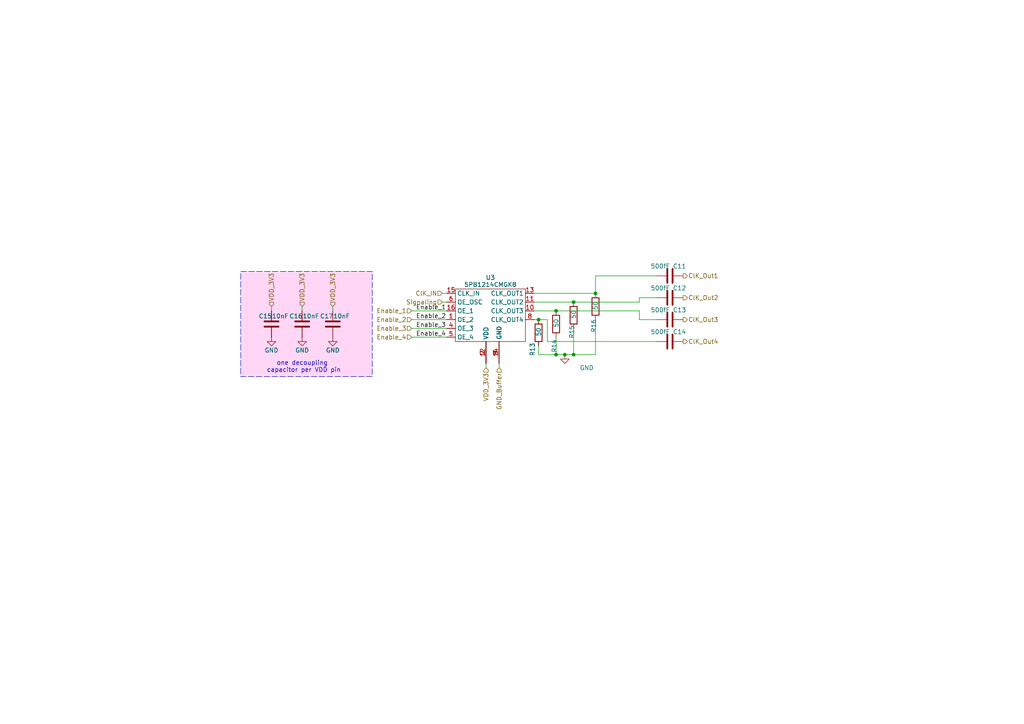
<source format=kicad_sch>
(kicad_sch (version 20250114) (generator "eeschema") (generator_version "9.0")
  (paper "A4")
  (title_block (title "16 Channels Clock Buffer") (date "2025-01-07") (rev "REV 0") (company "TU Darmstadt") (comment 1 "Author: Dr. Alexandru Enciu"))
  (lib_symbols
    (symbol "Custom_Symbols:5PB1214CMGK8"
      (property "Reference" "U" (at 0 0 0))
      (symbol "5PB1214CMGK8_0_1"
        (rectangle (start -10.16 -1.27) (end 10.16 -16.51))
      )
      (symbol "5PB1214CMGK8_1_1"
        (pin input line (at -12.7 -2.54 0) (length 2.54) (name "CLK_IN") (number "15"))
        (pin input line (at -12.7 -5.08 0) (length 2.54) (name "OE_OSC") (number "6"))
        (pin input line (at -12.7 -7.62 0) (length 2.54) (name "OE_1") (number "16"))
        (pin input line (at -12.7 -10.16 0) (length 2.54) (name "OE_2") (number "1"))
        (pin input line (at -12.7 -12.7 0) (length 2.54) (name "OE_3") (number "4"))
        (pin input line (at -12.7 -15.24 0) (length 2.54) (name "OE_4") (number "5"))
        (pin input line (at -1.27 -22.86 90) (length 6.35) (name "VDD") (number "12"))
        (pin input line (at -1.27 -22.86 90) (length 6.35) (name "VDD") (number "2"))
        (pin input line (at -1.27 -22.86 90) (length 6.35) (name "VDD") (number "7"))
        (pin input line (at 2.54 -22.86 90) (length 6.35) (name "GND") (number "14"))
        (pin input line (at 2.54 -22.86 90) (length 6.35) (name "GND") (number "3"))
        (pin input line (at 2.54 -22.86 90) (length 6.35) (name "GND") (number "9"))
        (pin input line (at 12.7 -2.54 180) (length 2.54) (name "CLK_OUT1") (number "13"))
        (pin input line (at 12.7 -5.08 180) (length 2.54) (name "CLK_OUT2") (number "11"))
        (pin input line (at 12.7 -7.62 180) (length 2.54) (name "CLK_OUT3") (number "10"))
        (pin input line (at 12.7 -10.16 180) (length 2.54) (name "CLK_OUT4") (number "8"))
      )
    )
    (symbol "Device:C" (pin_numbers (hide yes)) (pin_names (offset 0.254))
      (property "Reference" "C" (at 0.635 2.54 0))
      (property "Value" "C" (at 0.635 -2.54 0))
      (symbol "C_0_1"
        (polyline (pts (xy -2.032 0.762) (xy 2.032 0.762)) (stroke (width 0.508)))
        (polyline (pts (xy -2.032 -0.762) (xy 2.032 -0.762)) (stroke (width 0.508)))
      )
      (symbol "C_1_1"
        (pin passive line (at 0 3.81 270) (length 2.794) (name "~") (number "1"))
        (pin passive line (at 0 -3.81 90) (length 2.794) (name "~") (number "2"))
      )
    )
    (symbol "Device:R" (pin_numbers (hide yes)) (pin_names (offset 0))
      (property "Reference" "R" (at 2.032 0 90))
      (property "Value" "R" (at 0 0 90))
      (symbol "R_0_1"
        (rectangle (start -1.016 -2.54) (end 1.016 2.54) (stroke (width 0.254)))
      )
      (symbol "R_1_1"
        (pin passive line (at 0 3.81 270) (length 1.27) (name "~") (number "1"))
        (pin passive line (at 0 -3.81 90) (length 1.27) (name "~") (number "2"))
      )
    )
    (symbol "power:GND" (power) (pin_numbers (hide yes)) (pin_names (offset 0) (hide yes))
      (property "Value" "GND" (at 0 -3.81 0))
      (symbol "GND_0_1"
        (polyline (pts (xy 0 0) (xy 0 -1.27) (xy 1.27 -1.27) (xy 0 -2.54) (xy -1.27 -1.27) (xy 0 -1.27)))
      )
      (symbol "GND_1_1"
        (pin power_in line (at 0 0 270) (length 0) (name "~") (number "1"))
      )
    )
  )
  (rectangle (start 69.85 78.74) (end 107.95 109.22) (stroke (width 0) (type dash)) (fill (type color) (color 255 214 246 1)))
  (text "one decoupling \ncapacitor per VDD pin" (at 88.138 106.426 0) (effects (font (size 1.27 1.27))))
  (junction (at 156.21 92.71))
  (junction (at 166.37 87.63))
  (junction (at 161.29 90.17))
  (junction (at 172.72 85.09))
  (junction (at 161.29 102.87))
  (junction (at 163.83 102.87))
  (junction (at 166.37 102.87))
  (wire (pts (xy 154.94 90.17) (xy 161.29 90.17)))
  (wire (pts (xy 185.42 86.36) (xy 190.5 86.36)))
  (wire (pts (xy 140.97 106.68) (xy 140.97 105.41)))
  (wire (pts (xy 163.83 102.87) (xy 166.37 102.87)))
  (wire (pts (xy 128.27 85.09) (xy 129.54 85.09)))
  (wire (pts (xy 156.21 100.33) (xy 156.21 102.87)))
  (wire (pts (xy 161.29 97.79) (xy 161.29 102.87)))
  (wire (pts (xy 172.72 80.01) (xy 190.5 80.01)))
  (wire (pts (xy 172.72 80.01) (xy 172.72 85.09)))
  (wire (pts (xy 119.38 90.17) (xy 129.54 90.17)))
  (wire (pts (xy 161.29 90.17) (xy 185.42 90.17)))
  (wire (pts (xy 119.38 92.71) (xy 129.54 92.71)))
  (wire (pts (xy 158.75 99.06) (xy 190.5 99.06)))
  (wire (pts (xy 166.37 95.25) (xy 166.37 102.87)))
  (wire (pts (xy 128.27 87.63) (xy 129.54 87.63)))
  (wire (pts (xy 144.78 106.68) (xy 144.78 105.41)))
  (wire (pts (xy 154.94 85.09) (xy 172.72 85.09)))
  (wire (pts (xy 119.38 97.79) (xy 129.54 97.79)))
  (wire (pts (xy 185.42 87.63) (xy 185.42 86.36)))
  (wire (pts (xy 154.94 92.71) (xy 156.21 92.71)))
  (wire (pts (xy 119.38 95.25) (xy 129.54 95.25)))
  (wire (pts (xy 161.29 102.87) (xy 163.83 102.87)))
  (wire (pts (xy 185.42 92.71) (xy 190.5 92.71)))
  (wire (pts (xy 166.37 87.63) (xy 185.42 87.63)))
  (wire (pts (xy 156.21 92.71) (xy 158.75 92.71)))
  (wire (pts (xy 166.37 102.87) (xy 172.72 102.87)))
  (wire (pts (xy 87.63 88.9) (xy 87.63 90.17)))
  (wire (pts (xy 158.75 92.71) (xy 158.75 99.06)))
  (wire (pts (xy 185.42 90.17) (xy 185.42 92.71)))
  (wire (pts (xy 96.52 88.9) (xy 96.52 90.17)))
  (wire (pts (xy 172.72 92.71) (xy 172.72 102.87)))
  (wire (pts (xy 154.94 87.63) (xy 166.37 87.63)))
  (wire (pts (xy 78.74 88.9) (xy 78.74 90.17)))
  (wire (pts (xy 156.21 102.87) (xy 161.29 102.87)))
  (label "Enable_4" (at 120.65 97.79 0))
  (label "Enable_1" (at 120.65 90.17 0))
  (label "Enable_3" (at 120.65 95.25 0))
  (label "Enable_2" (at 120.65 92.71 0))
  (hierarchical_label "Signaling" (shape input) (at 128.27 87.63 180))
  (hierarchical_label "Enable_3" (shape input) (at 119.38 95.25 180))
  (hierarchical_label "VDD_3V3" (shape input) (at 87.63 88.9 90))
  (hierarchical_label "Enable_2" (shape input) (at 119.38 92.71 180))
  (hierarchical_label "VDD_3V3" (shape input) (at 140.97 106.68 270))
  (hierarchical_label "ClK_Out2" (shape output) (at 198.12 86.36 0))
  (hierarchical_label "ClK_Out4" (shape output) (at 198.12 99.06 0))
  (hierarchical_label "Enable_4" (shape input) (at 119.38 97.79 180))
  (hierarchical_label "VDD_3V3" (shape input) (at 78.74 88.9 90))
  (hierarchical_label "GND_Buffer" (shape input) (at 144.78 106.68 270))
  (hierarchical_label "ClK_IN" (shape input) (at 128.27 85.09 180))
  (hierarchical_label "ClK_Out1" (shape output) (at 198.12 80.01 0))
  (hierarchical_label "Enable_1" (shape input) (at 119.38 90.17 180))
  (hierarchical_label "ClK_Out3" (shape output) (at 198.12 92.71 0))
  (hierarchical_label "VDD_3V3" (shape input) (at 96.52 88.9 90))
  (symbol (lib_id "Device:R") (at 172.72 88.9 0) (mirror x) (unit 1)
    (property "Reference" "R" (at 172.212 94.488 90))
    (property "Value" "50" (at 172.72 88.646 90))
    (property "Footprint" "Resistor_SMD:R_0402_1005Metric" (effects (hide yes)))
    (property "Description" "Resistor" (effects (hide yes)))
    (instances (project "Card_Adapter_Flex_AddOn" (path "" (reference "R16") (unit 1))))
  )
  (symbol (lib_id "Device:R") (at 161.29 93.98 0) (mirror x) (unit 1)
    (property "Reference" "R" (at 160.782 100.33 90))
    (property "Value" "50" (at 161.29 93.726 90))
    (property "Footprint" "Resistor_SMD:R_0402_1005Metric" (effects (hide yes)))
    (property "Description" "Resistor" (effects (hide yes)))
    (instances (project "Card_Adapter_Flex_AddOn" (path "" (reference "R14") (unit 1))))
  )
  (symbol (lib_id "power:GND") (at 78.74 97.79 0) (unit 1)
    (property "Reference" "#PWR047" (effects (hide yes)))
    (property "Value" "GND" (at 78.74 101.6 0))
    (property "Description" "Power symbol creates a global label with name \"GND\" , ground" (effects (hide yes)))
    (instances (project "" (path "" (reference "#PWR047") (unit 1)) (path "" (reference "#PWR051") (unit 1))))
  )
  (symbol (lib_id "Device:C") (at 194.31 86.36 270) (unit 1)
    (property "Reference" "C12" (at 197.104 83.566 90))
    (property "Value" "500fF" (at 191.516 83.566 90))
    (property "Footprint" "Capacitor_SMD:C_0402_1005Metric" (effects (hide yes)))
    (property "Description" "Unpolarized capacitor" (effects (hide yes)))
    (instances (project "Card_Adapter_Flex_AddOn" (path "" (reference "C12") (unit 1)) (path "" (reference "C19") (unit 1))))
  )
  (symbol (lib_id "Device:C") (at 194.31 80.01 270) (unit 1)
    (property "Reference" "C11" (at 197.104 77.216 90))
    (property "Value" "500fF" (at 191.516 77.216 90))
    (property "Footprint" "Capacitor_SMD:C_0402_1005Metric" (effects (hide yes)))
    (property "Description" "Unpolarized capacitor" (effects (hide yes)))
    (instances (project "Card_Adapter_Flex_AddOn" (path "" (reference "C11") (unit 1)) (path "" (reference "C18") (unit 1))))
  )
  (symbol (lib_id "Device:R") (at 166.37 91.44 0) (mirror x) (unit 1)
    (property "Reference" "R" (at 165.862 96.266 90))
    (property "Value" "50" (at 166.37 91.186 90))
    (property "Footprint" "Resistor_SMD:R_0402_1005Metric" (effects (hide yes)))
    (property "Description" "Resistor" (effects (hide yes)))
    (instances (project "Card_Adapter_Flex_AddOn" (path "" (reference "R15") (unit 1))))
  )
  (symbol (lib_id "Device:C") (at 194.31 92.71 270) (unit 1)
    (property "Reference" "C13" (at 197.104 89.916 90))
    (property "Value" "500fF" (at 191.516 89.916 90))
    (property "Footprint" "Capacitor_SMD:C_0402_1005Metric" (effects (hide yes)))
    (property "Description" "Unpolarized capacitor" (effects (hide yes)))
    (instances (project "Card_Adapter_Flex_AddOn" (path "" (reference "C13") (unit 1)) (path "" (reference "C20") (unit 1))))
  )
  (symbol (lib_id "power:GND") (at 163.83 102.87 0) (unit 1)
    (property "Reference" "#PWR050" (effects (hide yes)))
    (property "Value" "GND" (at 170.18 106.68 0))
    (property "Description" "Power symbol creates a global label with name \"GND\" , ground" (effects (hide yes)))
    (instances (project "Card_Adapter_Flex_AddOn" (path "" (reference "#PWR050") (unit 1)) (path "" (reference "#PWR054") (unit 1))))
  )
  (symbol (lib_id "Device:C") (at 78.74 93.98 180) (unit 1)
    (property "Reference" "C" (at 76.962 91.694 0))
    (property "Value" "10nF" (at 81.28 91.694 0))
    (property "Footprint" "Capacitor_SMD:C_0402_1005Metric" (effects (hide yes)))
    (property "Description" "Unpolarized capacitor" (effects (hide yes)))
    (instances (project "Card_Adapter_Flex_AddOn" (path "" (reference "C15") (unit 1))))
  )
  (symbol (lib_id "power:GND") (at 96.52 97.79 0) (unit 1)
    (property "Reference" "#PWR049" (effects (hide yes)))
    (property "Value" "GND" (at 96.52 101.6 0))
    (property "Description" "Power symbol creates a global label with name \"GND\" , ground" (effects (hide yes)))
    (instances (project "" (path "" (reference "#PWR049") (unit 1)) (path "" (reference "#PWR053") (unit 1))))
  )
  (symbol (lib_id "power:GND") (at 87.63 97.79 0) (unit 1)
    (property "Reference" "#PWR048" (effects (hide yes)))
    (property "Value" "GND" (at 87.63 101.6 0))
    (property "Description" "Power symbol creates a global label with name \"GND\" , ground" (effects (hide yes)))
    (instances (project "" (path "" (reference "#PWR048") (unit 1)) (path "" (reference "#PWR052") (unit 1))))
  )
  (symbol (lib_id "Device:C") (at 194.31 99.06 270) (unit 1)
    (property "Reference" "C14" (at 197.104 96.266 90))
    (property "Value" "500fF" (at 191.516 96.266 90))
    (property "Footprint" "Capacitor_SMD:C_0402_1005Metric" (effects (hide yes)))
    (property "Description" "Unpolarized capacitor" (effects (hide yes)))
    (instances (project "Card_Adapter_Flex_AddOn" (path "" (reference "C14") (unit 1)) (path "" (reference "C21") (unit 1))))
  )
  (symbol (lib_id "Custom_Symbols:5PB1214CMGK8") (at 142.24 82.55 0) (unit 1)
    (property "Reference" "U" (at 142.24 80.518 0))
    (property "Value" "5PB1214CMGK8" (at 142.24 82.55 0))
    (property "Footprint" "0-lib:5PB1214CMGK8" (effects (hide yes)))
    (property "Description" "5PB1214CMGK8" (effects (hide yes)))
    (instances (project "Card_Adapter_Flex_AddOn" (path "" (reference "U3") (unit 1))))
  )
  (symbol (lib_id "Device:R") (at 156.21 96.52 0) (mirror x) (unit 1)
    (property "Reference" "R" (at 154.432 101.346 90))
    (property "Value" "50" (at 156.21 96.266 90))
    (property "Footprint" "Resistor_SMD:R_0402_1005Metric" (effects (hide yes)))
    (property "Description" "Resistor" (effects (hide yes)))
    (instances (project "Card_Adapter_Flex_AddOn" (path "" (reference "R13") (unit 1))))
  )
  (symbol (lib_id "Device:C") (at 96.52 93.98 180) (unit 1)
    (property "Reference" "C" (at 94.742 91.694 0))
    (property "Value" "10nF" (at 99.06 91.694 0))
    (property "Footprint" "Capacitor_SMD:C_0402_1005Metric" (effects (hide yes)))
    (property "Description" "Unpolarized capacitor" (effects (hide yes)))
    (instances (project "Card_Adapter_Flex_AddOn" (path "" (reference "C17") (unit 1))))
  )
  (symbol (lib_id "Device:C") (at 87.63 93.98 180) (unit 1)
    (property "Reference" "C" (at 85.852 91.694 0))
    (property "Value" "10nF" (at 90.17 91.694 0))
    (property "Footprint" "Capacitor_SMD:C_0402_1005Metric" (effects (hide yes)))
    (property "Description" "Unpolarized capacitor" (effects (hide yes)))
    (instances (project "Card_Adapter_Flex_AddOn" (path "" (reference "C16") (unit 1))))
  )
)
</source>
